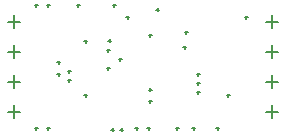
<source format=gbr>
%TF.GenerationSoftware,Altium Limited,Altium Designer,19.1.7 (138)*%
G04 Layer_Color=128*
%FSLAX26Y26*%
%MOIN*%
%TF.FileFunction,Drillmap*%
%TF.Part,Single*%
G01*
G75*
%TA.AperFunction,NonConductor*%
%ADD68C,0.005000*%
D68*
X1049921Y1175000D02*
X1090079D01*
X1070000Y1154921D02*
Y1195079D01*
X1909921Y1075000D02*
X1950079D01*
X1930000Y1054921D02*
Y1095079D01*
X1909921Y1175000D02*
X1950079D01*
X1930000Y1154921D02*
Y1195079D01*
X1909921Y1275000D02*
X1950079D01*
X1930000Y1254921D02*
Y1295079D01*
X1909921Y1375000D02*
X1950079D01*
X1930000Y1354921D02*
Y1395079D01*
X1049921Y1075000D02*
X1090079D01*
X1070000Y1054921D02*
Y1095079D01*
X1049921Y1275000D02*
X1090079D01*
X1070000Y1254921D02*
Y1295079D01*
X1049921Y1375000D02*
X1090079D01*
X1070000Y1354921D02*
Y1395079D01*
X1386063Y1311063D02*
X1396063D01*
X1391063Y1306063D02*
Y1316063D01*
X1305000Y1310000D02*
X1315000D01*
X1310000Y1305000D02*
Y1315000D01*
X1305000Y1130000D02*
X1315000D01*
X1310000Y1125000D02*
Y1135000D01*
X1520250Y1147323D02*
X1530250D01*
X1525250Y1142323D02*
Y1152323D01*
X1520000Y1110000D02*
X1530000D01*
X1525000Y1105000D02*
Y1115000D01*
X1840000Y1390000D02*
X1850000D01*
X1845000Y1385000D02*
Y1395000D01*
X1640000Y1340000D02*
X1650000D01*
X1645000Y1335000D02*
Y1345000D01*
X1635000Y1290000D02*
X1645000D01*
X1640000Y1285000D02*
Y1295000D01*
X1545000Y1415000D02*
X1555000D01*
X1550000Y1410000D02*
Y1420000D01*
X1445000Y1390000D02*
X1455000D01*
X1450000Y1385000D02*
Y1395000D01*
X1400000Y1430000D02*
X1410000D01*
X1405000Y1425000D02*
Y1435000D01*
X1180000Y1430000D02*
X1190000D01*
X1185000Y1425000D02*
Y1435000D01*
X1140000Y1430000D02*
X1150000D01*
X1145000Y1425000D02*
Y1435000D01*
X1140000Y1020000D02*
X1150000D01*
X1145000Y1015000D02*
Y1025000D01*
X1180000Y1020000D02*
X1190000D01*
X1185000Y1015000D02*
Y1025000D01*
X1475000Y1020000D02*
X1485000D01*
X1480000Y1015000D02*
Y1025000D01*
X1515000Y1020000D02*
X1525000D01*
X1520000Y1015000D02*
Y1025000D01*
X1610000Y1020000D02*
X1620000D01*
X1615000Y1015000D02*
Y1025000D01*
X1665000Y1020000D02*
X1675000D01*
X1670000Y1015000D02*
Y1025000D01*
X1745000Y1020000D02*
X1755000D01*
X1750000Y1015000D02*
Y1025000D01*
X1780000Y1130000D02*
X1790000D01*
X1785000Y1125000D02*
Y1135000D01*
X1680000Y1200000D02*
X1690000D01*
X1685000Y1195000D02*
Y1205000D01*
X1680000Y1170000D02*
X1690000D01*
X1685000Y1165000D02*
Y1175000D01*
X1680000Y1140000D02*
X1690000D01*
X1685000Y1135000D02*
Y1145000D01*
X1280000Y1430000D02*
X1290000D01*
X1285000Y1425000D02*
Y1435000D01*
X1250000Y1180000D02*
X1260000D01*
X1255000Y1175000D02*
Y1185000D01*
X1250000Y1210000D02*
X1260000D01*
X1255000Y1205000D02*
Y1215000D01*
X1425000Y1015000D02*
X1435000D01*
X1430000Y1010000D02*
Y1020000D01*
X1395000Y1015000D02*
X1405000D01*
X1400000Y1010000D02*
Y1020000D01*
X1215000Y1200000D02*
X1225000D01*
X1220000Y1195000D02*
Y1205000D01*
X1215000Y1240000D02*
X1225000D01*
X1220000Y1235000D02*
Y1245000D01*
X1380000Y1220000D02*
X1390000D01*
X1385000Y1215000D02*
Y1225000D01*
X1420000Y1250000D02*
X1430000D01*
X1425000Y1245000D02*
Y1255000D01*
X1380000Y1280000D02*
X1390000D01*
X1385000Y1275000D02*
Y1285000D01*
X1520000Y1330000D02*
X1530000D01*
X1525000Y1325000D02*
Y1335000D01*
%TF.MD5,9a2a69117211997b27ba7f517ec170c5*%
M02*

</source>
